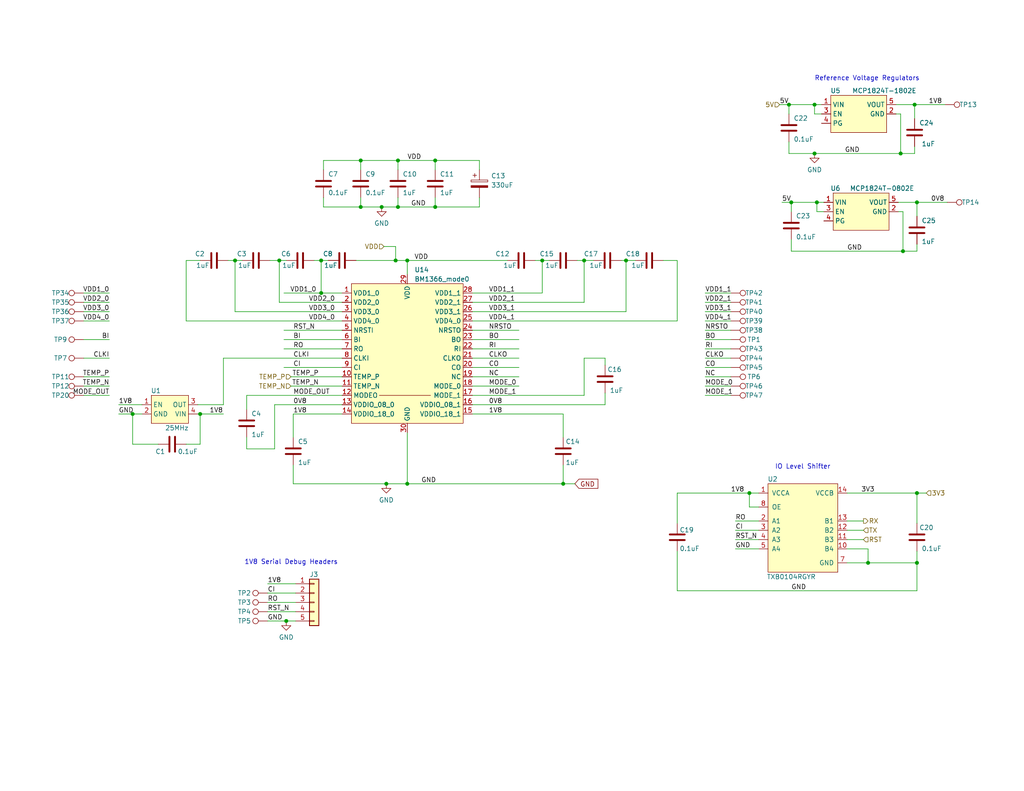
<source format=kicad_sch>
(kicad_sch (version 20230121) (generator eeschema)
  (paper "A")
  (lib_symbols
    (symbol "Bitaxe:BM1366_mode1"
      (property "Reference" "U" (at -13.97 21.59 0))
      (property "Value" "BM1366_mode1" (at -11.43 -19.05 0))
      (symbol "BM1366_mode1_0_1"
        (rectangle (start -15.24 20.32) (end 15.24 -17.78) (fill (type background)))
        (polyline (pts (xy -7.62 -10.16) (xy 6.35 -10.16)))
      )
      (symbol "BM1366_mode1_1_1"
        (pin input line (at -17.78 17.78 0) (length 2.54) (name "VDD1_0") (number "1"))
        (pin input line (at -17.78 -5.08 0) (length 2.54) (name "TEMP_P") (number "10"))
        (pin input line (at -17.78 -7.62 0) (length 2.54) (name "TEMP_N") (number "11"))
        (pin input line (at -17.78 -10.16 0) (length 2.54) (name "MODEO") (number "12"))
        (pin input line (at -17.78 -12.7 0) (length 2.54) (name "VDDIO_08_0") (number "13"))
        (pin input line (at -17.78 -15.24 0) (length 2.54) (name "VDDIO_18_0") (number "14"))
        (pin input line (at 17.78 -15.24 180) (length 2.54) (name "VDDIO_18_1") (number "15"))
        (pin input line (at 17.78 -12.7 180) (length 2.54) (name "VDDIO_08_1") (number "16"))
        (pin input line (at 17.78 -10.16 180) (length 2.54) (name "MODE_1") (number "17"))
        (pin input line (at 17.78 -7.62 180) (length 2.54) (name "MODE_0") (number "18"))
        (pin input line (at 17.78 -5.08 180) (length 2.54) (name "NC") (number "19"))
        (pin input line (at -17.78 15.24 0) (length 2.54) (name "VDD2_0") (number "2"))
        (pin input line (at 17.78 -2.54 180) (length 2.54) (name "CO") (number "20"))
        (pin input line (at 17.78 0 180) (length 2.54) (name "CLKO") (number "21"))
        (pin input line (at 17.78 2.54 180) (length 2.54) (name "RI") (number "22"))
        (pin input line (at 17.78 5.08 180) (length 2.54) (name "BO") (number "23"))
        (pin input line (at 17.78 7.62 180) (length 2.54) (name "NRSTO") (number "24"))
        (pin input line (at 17.78 10.16 180) (length 2.54) (name "VDD4_0") (number "25"))
        (pin input line (at 17.78 12.7 180) (length 2.54) (name "VDD3_1") (number "26"))
        (pin input line (at 17.78 15.24 180) (length 2.54) (name "VDD2_1") (number "27"))
        (pin input line (at 17.78 17.78 180) (length 2.54) (name "VDD1_1") (number "28"))
        (pin input line (at 0 22.86 270) (length 2.54) (name "VDD") (number "29"))
        (pin input line (at -17.78 12.7 0) (length 2.54) (name "VDD3_0") (number "3"))
        (pin input line (at 0 -20.32 90) (length 2.54) (name "GND") (number "30"))
        (pin input line (at -17.78 10.16 0) (length 2.54) (name "VDD4_0") (number "4"))
        (pin input line (at -17.78 7.62 0) (length 2.54) (name "NRSTI") (number "5"))
        (pin input line (at -17.78 5.08 0) (length 2.54) (name "BI") (number "6"))
        (pin input line (at -17.78 2.54 0) (length 2.54) (name "RO") (number "7"))
        (pin input line (at -17.78 0 0) (length 2.54) (name "CLKI") (number "8"))
        (pin input line (at -17.78 -2.54 0) (length 2.54) (name "CI") (number "9"))
      )
    )
    (symbol "Connector:TestPoint" (pin_numbers hide) (pin_names (offset 0.762) hide)
      (property "Reference" "TP" (at 0 6.858 0))
      (property "Value" "TestPoint" (at 0 5.08 0))
      (symbol "TestPoint_0_1"
        (circle (center 0 3.302) (radius 0.762))
      )
      (symbol "TestPoint_1_1"
        (pin passive line (at 0 0 90) (length 2.54) (name "1") (number "1"))
      )
    )
    (symbol "Connector_Generic:Conn_01x05" (pin_names (offset 1.016) hide)
      (property "Reference" "J" (at 0 7.62 0))
      (property "Value" "Conn_01x05" (at 0 -7.62 0))
      (symbol "Conn_01x05_1_1"
        (rectangle (start -1.27 -4.953) (end 0 -5.207) (stroke (width 0.1524)))
        (rectangle (start -1.27 -2.413) (end 0 -2.667) (stroke (width 0.1524)))
        (rectangle (start -1.27 0.127) (end 0 -0.127) (stroke (width 0.1524)))
        (rectangle (start -1.27 2.667) (end 0 2.413) (stroke (width 0.1524)))
        (rectangle (start -1.27 5.207) (end 0 4.953) (stroke (width 0.1524)))
        (rectangle (start -1.27 6.35) (end 1.27 -6.35) (stroke (width 0.254)) (fill (type background)))
        (pin passive line (at -5.08 5.08 0) (length 3.81) (name "Pin_1") (number "1"))
        (pin passive line (at -5.08 2.54 0) (length 3.81) (name "Pin_2") (number "2"))
        (pin passive line (at -5.08 0 0) (length 3.81) (name "Pin_3") (number "3"))
        (pin passive line (at -5.08 -2.54 0) (length 3.81) (name "Pin_4") (number "4"))
        (pin passive line (at -5.08 -5.08 0) (length 3.81) (name "Pin_5") (number "5"))
      )
    )
    (symbol "Device:C" (pin_numbers hide) (pin_names (offset 0.254))
      (property "Reference" "C" (at 0.635 2.54 0))
      (property "Value" "C" (at 0.635 -2.54 0))
      (symbol "C_0_1"
        (polyline (pts (xy -2.032 -0.762) (xy 2.032 -0.762)) (stroke (width 0.508)))
        (polyline (pts (xy -2.032 0.762) (xy 2.032 0.762)) (stroke (width 0.508)))
      )
      (symbol "C_1_1"
        (pin passive line (at 0 3.81 270) (length 2.794) (name "~") (number "1"))
        (pin passive line (at 0 -3.81 90) (length 2.794) (name "~") (number "2"))
      )
    )
    (symbol "Device:C_Polarized" (pin_numbers hide) (pin_names (offset 0.254))
      (property "Reference" "C" (at 0.635 2.54 0))
      (property "Value" "C_Polarized" (at 0.635 -2.54 0))
      (symbol "C_Polarized_0_1"
        (rectangle (start -2.286 0.508) (end 2.286 1.016))
        (polyline (pts (xy -1.778 2.286) (xy -0.762 2.286)))
        (polyline (pts (xy -1.27 2.794) (xy -1.27 1.778)))
        (rectangle (start 2.286 -0.508) (end -2.286 -1.016) (fill (type outline)))
      )
      (symbol "C_Polarized_1_1"
        (pin passive line (at 0 3.81 270) (length 2.794) (name "~") (number "1"))
        (pin passive line (at 0 -3.81 90) (length 2.794) (name "~") (number "2"))
      )
    )
    (symbol "MCP1824_1"
      (property "Reference" "U" (at -7.62 5.08 0))
      (property "Value" "MCP1824_1" (at 5.08 5.08 0))
      (symbol "MCP1824_1_0_1"
        (rectangle (start -7.62 3.81) (end 7.62 -6.35) (stroke (width 0.1524)) (fill (type background)))
      )
      (symbol "MCP1824_1_1_0"
        (pin bidirectional line (at -10.16 1.27 0) (length 2.54) (name "VIN") (number "1"))
        (pin bidirectional line (at 10.16 -1.27 180) (length 2.54) (name "GND") (number "2"))
        (pin bidirectional line (at -10.16 -1.27 0) (length 2.54) (name "EN") (number "3"))
        (pin bidirectional line (at -10.16 -3.81 0) (length 2.54) (name "PG") (number "4"))
        (pin bidirectional line (at 10.16 1.27 180) (length 2.54) (name "VOUT") (number "5"))
      )
    )
    (symbol "bitaxe:MCP1824"
      (property "Reference" "U" (at -7.62 5.08 0))
      (property "Value" "MCP1824" (at 5.08 5.08 0))
      (symbol "MCP1824_0_1"
        (rectangle (start -7.62 3.81) (end 7.62 -6.35) (stroke (width 0.1524)) (fill (type background)))
      )
      (symbol "MCP1824_1_0"
        (pin bidirectional line (at -10.16 1.27 0) (length 2.54) (name "VIN") (number "1"))
        (pin bidirectional line (at 10.16 -1.27 180) (length 2.54) (name "GND") (number "2"))
        (pin bidirectional line (at -10.16 -1.27 0) (length 2.54) (name "EN") (number "3"))
        (pin bidirectional line (at -10.16 -3.81 0) (length 2.54) (name "PG") (number "4"))
        (pin bidirectional line (at 10.16 1.27 180) (length 2.54) (name "VOUT") (number "5"))
      )
    )
    (symbol "bitaxe:TXB0104RGYR" (pin_names (offset 1.016))
      (property "Reference" "U" (at -8.89 12.7 0))
      (property "Value" "TXB0104RGYR" (at -8.89 -11.43 0))
      (symbol "TXB0104RGYR_0_0"
        (rectangle (start -8.89 12.7) (end 10.16 -11.43) (stroke (width 0.1524)) (fill (type background)))
        (pin power_in line (at -11.43 10.16 0) (length 2.54) (name "VCCA") (number "1"))
        (pin bidirectional line (at 12.7 -5.08 180) (length 2.54) (name "B4") (number "10"))
        (pin bidirectional line (at 12.7 -2.54 180) (length 2.54) (name "B3") (number "11"))
        (pin bidirectional line (at 12.7 0 180) (length 2.54) (name "B2") (number "12"))
        (pin bidirectional line (at 12.7 2.54 180) (length 2.54) (name "B1") (number "13"))
        (pin power_in line (at 12.7 10.16 180) (length 2.54) (name "VCCB") (number "14"))
        (pin passive line (at 12.7 -8.89 180) (length 2.54) hide (name "GND") (number "15"))
        (pin passive line (at 12.7 -8.89 180) (length 2.54) hide (name "GND") (number "16"))
        (pin passive line (at 12.7 -8.89 180) (length 2.54) hide (name "GND") (number "17"))
        (pin passive line (at 12.7 -8.89 180) (length 2.54) hide (name "GND") (number "18"))
        (pin passive line (at 12.7 -8.89 180) (length 2.54) hide (name "GND") (number "19"))
        (pin bidirectional line (at -11.43 2.54 0) (length 2.54) (name "A1") (number "2"))
        (pin bidirectional line (at -11.43 0 0) (length 2.54) (name "A2") (number "3"))
        (pin bidirectional line (at -11.43 -2.54 0) (length 2.54) (name "A3") (number "4"))
        (pin bidirectional line (at -11.43 -5.08 0) (length 2.54) (name "A4") (number "5"))
        (pin power_in line (at 12.7 -8.89 180) (length 2.54) (name "GND") (number "7"))
        (pin input line (at -11.43 6.35 0) (length 2.54) (name "OE") (number "8"))
      )
    )
    (symbol "bitaxe:oscillator"
      (property "Reference" "U" (at -3.81 5.08 0))
      (property "Value" "oscillator" (at 0 -5.08 0))
      (symbol "oscillator_0_1"
        (rectangle (start -5.08 3.81) (end 5.08 -3.81) (stroke (width 0.1524)) (fill (type background)))
      )
      (symbol "oscillator_1_0"
        (pin bidirectional line (at -7.62 1.27 0) (length 2.54) (name "EN") (number "1"))
        (pin bidirectional line (at -7.62 -1.27 0) (length 2.54) (name "GND") (number "2"))
        (pin bidirectional line (at 7.62 1.27 180) (length 2.54) (name "OUT") (number "3"))
        (pin bidirectional line (at 7.62 -1.27 180) (length 2.54) (name "VIN") (number "4"))
      )
    )
    (symbol "power:GND" (power) (pin_names (offset 0))
      (property "Value" "GND" (at 0 -3.81 0))
      (symbol "GND_0_1"
        (polyline (pts (xy 0 0) (xy 0 -1.27) (xy 1.27 -1.27) (xy 0 -2.54) (xy -1.27 -1.27) (xy 0 -1.27)))
      )
      (symbol "GND_1_1"
        (pin power_in line (at 0 0 270) (length 0) hide (name "GND") (number "1"))
      )
    )
  )
  (junction (at 246.38 68.58) (diameter 0.9144))
  (junction (at 159.385 71.12))
  (junction (at 104.14 56.515))
  (junction (at 250.19 55.245) (diameter 0.9144))
  (junction (at 215.265 28.575) (diameter 0.9144))
  (junction (at 236.855 153.67))
  (junction (at 108.585 43.815) (diameter 0.9144))
  (junction (at 215.9 55.245) (diameter 0.9144))
  (junction (at 54.61 113.03))
  (junction (at 222.25 28.575))
  (junction (at 170.815 71.12))
  (junction (at 249.555 28.575) (diameter 0.9144))
  (junction (at 222.885 55.245))
  (junction (at 76.2 71.12))
  (junction (at 78.105 169.545))
  (junction (at 108.585 56.515) (diameter 0.9144))
  (junction (at 111.125 132.08))
  (junction (at 250.19 134.62))
  (junction (at 98.425 56.515) (diameter 0.9144))
  (junction (at 204.47 134.62))
  (junction (at 98.425 43.815) (diameter 0.9144))
  (junction (at 105.41 132.08))
  (junction (at 107.95 71.12))
  (junction (at 87.63 80.01))
  (junction (at 118.745 43.815))
  (junction (at 250.19 153.67))
  (junction (at 147.955 71.12))
  (junction (at 245.745 41.91) (diameter 0.9144))
  (junction (at 222.25 41.91))
  (junction (at 36.195 113.03))
  (junction (at 153.67 132.08))
  (junction (at 87.63 71.12))
  (junction (at 64.135 71.12))
  (junction (at 111.125 71.12))
  (junction (at 118.745 56.515))
  (wire (pts (xy 222.885 55.245) (xy 224.79 55.245)))
  (wire (pts (xy 79.375 105.41) (xy 93.345 105.41)))
  (wire (pts (xy 118.745 43.815) (xy 130.81 43.815)))
  (wire (pts (xy 192.405 105.41) (xy 199.39 105.41)))
  (wire (pts (xy 108.585 56.515) (xy 104.14 56.515)))
  (wire (pts (xy 22.86 82.55) (xy 29.845 82.55)))
  (wire (pts (xy 169.545 71.12) (xy 170.815 71.12)))
  (wire (pts (xy 74.93 122.555) (xy 67.31 122.555)))
  (wire (pts (xy 80.01 113.03) (xy 93.345 113.03)))
  (wire (pts (xy 250.19 150.495) (xy 250.19 153.67)))
  (wire (pts (xy 64.135 85.09) (xy 64.135 71.12)))
  (wire (pts (xy 153.67 132.08) (xy 156.845 132.08)))
  (wire (pts (xy 245.745 41.91) (xy 222.25 41.91)))
  (wire (pts (xy 85.725 71.12) (xy 87.63 71.12)))
  (wire (pts (xy 236.855 153.67) (xy 250.19 153.67)))
  (wire (pts (xy 249.555 28.575) (xy 249.555 32.385)))
  (wire (pts (xy 207.01 138.43) (xy 204.47 138.43)))
  (wire (pts (xy 215.9 65.405) (xy 215.9 68.58)))
  (wire (pts (xy 184.785 142.875) (xy 184.785 134.62)))
  (wire (pts (xy 200.66 147.32) (xy 207.01 147.32)))
  (wire (pts (xy 215.9 55.245) (xy 222.885 55.245)))
  (wire (pts (xy 184.785 150.495) (xy 184.785 161.29)))
  (wire (pts (xy 88.265 53.975) (xy 88.265 56.515)))
  (wire (pts (xy 105.41 132.08) (xy 111.125 132.08)))
  (wire (pts (xy 22.86 92.71) (xy 29.845 92.71)))
  (wire (pts (xy 77.47 95.25) (xy 93.345 95.25)))
  (wire (pts (xy 98.425 43.815) (xy 108.585 43.815)))
  (wire (pts (xy 98.425 46.355) (xy 98.425 43.815)))
  (wire (pts (xy 192.405 82.55) (xy 199.39 82.55)))
  (wire (pts (xy 128.905 82.55) (xy 159.385 82.55)))
  (wire (pts (xy 50.8 87.63) (xy 50.8 71.12)))
  (wire (pts (xy 22.86 102.87) (xy 29.845 102.87)))
  (wire (pts (xy 128.905 100.33) (xy 141.605 100.33)))
  (wire (pts (xy 200.66 144.78) (xy 207.01 144.78)))
  (wire (pts (xy 108.585 43.815) (xy 118.745 43.815)))
  (wire (pts (xy 170.815 71.12) (xy 173.355 71.12)))
  (wire (pts (xy 192.405 92.71) (xy 199.39 92.71)))
  (wire (pts (xy 97.155 71.12) (xy 107.95 71.12)))
  (wire (pts (xy 108.585 46.355) (xy 108.585 43.815)))
  (wire (pts (xy 107.95 71.12) (xy 111.125 71.12)))
  (wire (pts (xy 22.86 97.79) (xy 29.845 97.79)))
  (wire (pts (xy 98.425 56.515) (xy 88.265 56.515)))
  (wire (pts (xy 22.86 85.09) (xy 29.845 85.09)))
  (wire (pts (xy 246.38 68.58) (xy 215.9 68.58)))
  (wire (pts (xy 32.385 110.49) (xy 38.735 110.49)))
  (wire (pts (xy 53.975 113.03) (xy 54.61 113.03)))
  (wire (pts (xy 111.125 132.08) (xy 153.67 132.08)))
  (wire (pts (xy 73.025 169.545) (xy 78.105 169.545)))
  (wire (pts (xy 73.025 159.385) (xy 80.645 159.385)))
  (wire (pts (xy 165.1 107.315) (xy 165.1 110.49)))
  (wire (pts (xy 184.785 71.12) (xy 180.975 71.12)))
  (wire (pts (xy 249.555 28.575) (xy 257.81 28.575)))
  (wire (pts (xy 204.47 138.43) (xy 204.47 134.62)))
  (wire (pts (xy 104.775 67.31) (xy 107.95 67.31)))
  (wire (pts (xy 153.67 127) (xy 153.67 132.08)))
  (wire (pts (xy 215.265 38.735) (xy 215.265 41.91)))
  (wire (pts (xy 192.405 90.17) (xy 199.39 90.17)))
  (wire (pts (xy 118.745 53.975) (xy 118.745 56.515)))
  (wire (pts (xy 60.96 97.79) (xy 60.96 110.49)))
  (wire (pts (xy 128.905 80.01) (xy 147.955 80.01)))
  (wire (pts (xy 147.955 71.12) (xy 149.86 71.12)))
  (wire (pts (xy 245.745 31.115) (xy 245.745 41.91)))
  (wire (pts (xy 76.2 82.55) (xy 76.2 71.12)))
  (wire (pts (xy 67.31 122.555) (xy 67.31 119.38)))
  (wire (pts (xy 76.2 71.12) (xy 78.105 71.12)))
  (wire (pts (xy 222.885 57.785) (xy 222.885 55.245)))
  (wire (pts (xy 246.38 57.785) (xy 245.11 57.785)))
  (wire (pts (xy 222.25 31.115) (xy 224.155 31.115)))
  (wire (pts (xy 128.905 92.71) (xy 141.605 92.71)))
  (wire (pts (xy 231.14 149.86) (xy 236.855 149.86)))
  (wire (pts (xy 73.025 164.465) (xy 80.645 164.465)))
  (wire (pts (xy 54.61 113.03) (xy 60.96 113.03)))
  (wire (pts (xy 250.19 153.67) (xy 250.19 161.29)))
  (wire (pts (xy 36.195 113.03) (xy 38.735 113.03)))
  (wire (pts (xy 170.815 85.09) (xy 170.815 71.12)))
  (wire (pts (xy 215.9 55.245) (xy 215.9 57.785)))
  (wire (pts (xy 104.14 56.515) (xy 98.425 56.515)))
  (wire (pts (xy 231.14 142.24) (xy 235.585 142.24)))
  (wire (pts (xy 250.19 55.245) (xy 258.445 55.245)))
  (wire (pts (xy 22.86 105.41) (xy 29.845 105.41)))
  (wire (pts (xy 249.555 41.91) (xy 245.745 41.91)))
  (wire (pts (xy 118.745 56.515) (xy 130.81 56.515)))
  (wire (pts (xy 231.14 144.78) (xy 235.585 144.78)))
  (wire (pts (xy 88.265 43.815) (xy 98.425 43.815)))
  (wire (pts (xy 215.265 28.575) (xy 215.265 31.115)))
  (wire (pts (xy 73.66 71.12) (xy 76.2 71.12)))
  (wire (pts (xy 184.785 134.62) (xy 204.47 134.62)))
  (wire (pts (xy 192.405 100.33) (xy 199.39 100.33)))
  (wire (pts (xy 128.905 97.79) (xy 141.605 97.79)))
  (wire (pts (xy 250.19 68.58) (xy 246.38 68.58)))
  (wire (pts (xy 192.405 87.63) (xy 199.39 87.63)))
  (wire (pts (xy 64.135 71.12) (xy 66.04 71.12)))
  (wire (pts (xy 64.135 85.09) (xy 93.345 85.09)))
  (wire (pts (xy 212.725 28.575) (xy 215.265 28.575)))
  (wire (pts (xy 231.14 147.32) (xy 235.585 147.32)))
  (wire (pts (xy 128.905 113.03) (xy 153.67 113.03)))
  (wire (pts (xy 22.86 80.01) (xy 29.845 80.01)))
  (wire (pts (xy 222.885 57.785) (xy 224.79 57.785)))
  (wire (pts (xy 250.19 134.62) (xy 252.73 134.62)))
  (wire (pts (xy 153.67 113.03) (xy 153.67 119.38)))
  (wire (pts (xy 200.66 149.86) (xy 207.01 149.86)))
  (wire (pts (xy 79.375 102.87) (xy 93.345 102.87)))
  (wire (pts (xy 22.86 87.63) (xy 29.845 87.63)))
  (wire (pts (xy 244.475 28.575) (xy 249.555 28.575)))
  (wire (pts (xy 73.025 161.925) (xy 80.645 161.925)))
  (wire (pts (xy 130.81 53.975) (xy 130.81 56.515)))
  (wire (pts (xy 76.2 82.55) (xy 93.345 82.55)))
  (wire (pts (xy 50.8 121.285) (xy 54.61 121.285)))
  (wire (pts (xy 147.955 80.01) (xy 147.955 71.12)))
  (wire (pts (xy 192.405 95.25) (xy 199.39 95.25)))
  (wire (pts (xy 165.1 97.79) (xy 159.385 97.79)))
  (wire (pts (xy 192.405 80.01) (xy 199.39 80.01)))
  (wire (pts (xy 159.385 71.12) (xy 161.925 71.12)))
  (wire (pts (xy 87.63 80.01) (xy 93.345 80.01)))
  (wire (pts (xy 50.8 71.12) (xy 54.61 71.12)))
  (wire (pts (xy 107.95 67.31) (xy 107.95 71.12)))
  (wire (pts (xy 22.86 107.95) (xy 29.845 107.95)))
  (wire (pts (xy 250.19 134.62) (xy 250.19 142.875)))
  (wire (pts (xy 159.385 97.79) (xy 159.385 107.95)))
  (wire (pts (xy 62.23 71.12) (xy 64.135 71.12)))
  (wire (pts (xy 192.405 97.79) (xy 199.39 97.79)))
  (wire (pts (xy 128.905 105.41) (xy 141.605 105.41)))
  (wire (pts (xy 74.93 110.49) (xy 93.345 110.49)))
  (wire (pts (xy 192.405 102.87) (xy 199.39 102.87)))
  (wire (pts (xy 138.43 71.12) (xy 111.125 71.12)))
  (wire (pts (xy 192.405 85.09) (xy 199.39 85.09)))
  (wire (pts (xy 93.345 87.63) (xy 50.8 87.63)))
  (wire (pts (xy 128.905 85.09) (xy 170.815 85.09)))
  (wire (pts (xy 231.14 153.67) (xy 236.855 153.67)))
  (wire (pts (xy 88.265 46.355) (xy 88.265 43.815)))
  (wire (pts (xy 249.555 40.005) (xy 249.555 41.91)))
  (wire (pts (xy 128.905 87.63) (xy 184.785 87.63)))
  (wire (pts (xy 165.1 99.695) (xy 165.1 97.79)))
  (wire (pts (xy 250.19 55.245) (xy 250.19 59.055)))
  (wire (pts (xy 36.195 121.285) (xy 36.195 113.03)))
  (wire (pts (xy 245.745 31.115) (xy 244.475 31.115)))
  (wire (pts (xy 128.905 107.95) (xy 159.385 107.95)))
  (wire (pts (xy 118.745 56.515) (xy 108.585 56.515)))
  (wire (pts (xy 98.425 53.975) (xy 98.425 56.515)))
  (wire (pts (xy 222.25 31.115) (xy 222.25 28.575)))
  (wire (pts (xy 73.025 167.005) (xy 80.645 167.005)))
  (wire (pts (xy 231.14 134.62) (xy 250.19 134.62)))
  (wire (pts (xy 77.47 100.33) (xy 93.345 100.33)))
  (wire (pts (xy 128.905 102.87) (xy 141.605 102.87)))
  (wire (pts (xy 204.47 134.62) (xy 207.01 134.62)))
  (wire (pts (xy 184.785 87.63) (xy 184.785 71.12)))
  (wire (pts (xy 108.585 53.975) (xy 108.585 56.515)))
  (wire (pts (xy 80.01 113.03) (xy 80.01 119.38)))
  (wire (pts (xy 111.125 71.12) (xy 111.125 74.93)))
  (wire (pts (xy 93.345 107.95) (xy 67.31 107.95)))
  (wire (pts (xy 215.265 28.575) (xy 222.25 28.575)))
  (wire (pts (xy 200.66 142.24) (xy 207.01 142.24)))
  (wire (pts (xy 159.385 82.55) (xy 159.385 71.12)))
  (wire (pts (xy 67.31 107.95) (xy 67.31 111.76)))
  (wire (pts (xy 128.905 110.49) (xy 165.1 110.49)))
  (wire (pts (xy 184.785 161.29) (xy 250.19 161.29)))
  (wire (pts (xy 118.745 46.355) (xy 118.745 43.815)))
  (wire (pts (xy 80.01 132.08) (xy 105.41 132.08)))
  (wire (pts (xy 128.905 95.25) (xy 141.605 95.25)))
  (wire (pts (xy 128.905 90.17) (xy 141.605 90.17)))
  (wire (pts (xy 77.47 80.01) (xy 87.63 80.01)))
  (wire (pts (xy 43.18 121.285) (xy 36.195 121.285)))
  (wire (pts (xy 222.25 41.91) (xy 215.265 41.91)))
  (wire (pts (xy 146.05 71.12) (xy 147.955 71.12)))
  (wire (pts (xy 130.81 46.355) (xy 130.81 43.815)))
  (wire (pts (xy 192.405 107.95) (xy 199.39 107.95)))
  (wire (pts (xy 87.63 71.12) (xy 87.63 80.01)))
  (wire (pts (xy 77.47 90.17) (xy 93.345 90.17)))
  (wire (pts (xy 53.975 110.49) (xy 60.96 110.49)))
  (wire (pts (xy 250.19 66.675) (xy 250.19 68.58)))
  (wire (pts (xy 222.25 28.575) (xy 224.155 28.575)))
  (wire (pts (xy 236.855 149.86) (xy 236.855 153.67)))
  (wire (pts (xy 157.48 71.12) (xy 159.385 71.12)))
  (wire (pts (xy 54.61 121.285) (xy 54.61 113.03)))
  (wire (pts (xy 32.385 113.03) (xy 36.195 113.03)))
  (wire (pts (xy 245.11 55.245) (xy 250.19 55.245)))
  (wire (pts (xy 74.93 110.49) (xy 74.93 122.555)))
  (wire (pts (xy 111.125 118.11) (xy 111.125 132.08)))
  (wire (pts (xy 213.36 55.245) (xy 215.9 55.245)))
  (wire (pts (xy 246.38 57.785) (xy 246.38 68.58)))
  (wire (pts (xy 78.105 169.545) (xy 80.645 169.545)))
  (wire (pts (xy 60.96 97.79) (xy 93.345 97.79)))
  (wire (pts (xy 87.63 71.12) (xy 89.535 71.12)))
  (wire (pts (xy 80.01 127) (xy 80.01 132.08)))
  (wire (pts (xy 77.47 92.71) (xy 93.345 92.71)))
  (text "IO Level Shifter" (at 211.455 128.27 0) (effects (font (size 1.27 1.27)) (justify left bottom)))
  (text "Reference Voltage Regulators" (at 222.25 22.225 0) (effects (font (size 1.27 1.27)) (justify left bottom)))
  (text "1V8 Serial Debug Headers" (at 66.675 154.305 0) (effects (font (size 1.27 1.27)) (justify left bottom)))
  (label "0V8" (at 80.01 110.49 0))
  (label "TEMP_P" (at 29.845 102.87 180))
  (label "VDD4_1" (at 133.35 87.63 0))
  (label "RO" (at 80.01 95.25 0))
  (label "GND" (at 230.505 41.91 0))
  (label "RST_N" (at 73.025 167.005 0))
  (label "CLKO" (at 133.35 97.79 0))
  (label "VDD2_0" (at 91.44 82.55 180))
  (label "VDD3_1" (at 192.405 85.09 0))
  (label "VDD1_0" (at 29.845 80.01 180))
  (label "VDD" (at 111.125 43.815 0))
  (label "BO" (at 192.405 92.71 0))
  (label "CO" (at 192.405 100.33 0))
  (label "CI" (at 73.025 161.925 0))
  (label "MODE_OUT" (at 80.01 107.95 0))
  (label "RO" (at 200.66 142.24 0))
  (label "1V8" (at 32.385 110.49 0))
  (label "BI" (at 80.01 92.71 0))
  (label "VDD4_0" (at 91.44 87.63 180))
  (label "GND" (at 215.9 161.29 0))
  (label "TEMP_N" (at 29.845 105.41 180))
  (label "CLKI" (at 80.01 97.79 0))
  (label "BI" (at 29.845 92.71 180))
  (label "MODE_1" (at 133.35 107.95 0))
  (label "CI" (at 200.66 144.78 0))
  (label "MODE_1" (at 192.405 107.95 0))
  (label "VDD" (at 113.03 71.12 0))
  (label "1V8" (at 253.365 28.575 0))
  (label "GND" (at 200.66 149.86 0))
  (label "NRSTO" (at 133.35 90.17 0))
  (label "VDD3_0" (at 29.845 85.09 180))
  (label "RI" (at 192.405 95.25 0))
  (label "MODE_OUT" (at 29.845 107.95 180))
  (label "GND" (at 231.14 68.58 0))
  (label "TEMP_N" (at 86.995 105.41 180))
  (label "VDD4_1" (at 192.405 87.63 0))
  (label "BO" (at 133.35 92.71 0))
  (label "CLKI" (at 29.845 97.79 180))
  (label "VDD1_0" (at 86.36 80.01 180))
  (label "NC" (at 133.35 102.87 0))
  (label "TEMP_P" (at 86.995 102.87 180))
  (label "RST_N" (at 200.66 147.32 0))
  (label "GND" (at 116.205 56.515 180))
  (label "VDD2_0" (at 29.845 82.55 180))
  (label "1V8" (at 133.35 113.03 0))
  (label "1V8" (at 73.025 159.385 0))
  (label "1V8" (at 57.15 113.03 0))
  (label "VDD2_1" (at 133.35 82.55 0))
  (label "RO" (at 73.025 164.465 0))
  (label "GND" (at 73.025 169.545 0))
  (label "CLKO" (at 192.405 97.79 0))
  (label "VDD3_1" (at 133.35 85.09 0))
  (label "1V8" (at 199.39 134.62 0))
  (label "3V3" (at 234.95 134.62 0))
  (label "CI" (at 80.01 100.33 0))
  (label "0V8" (at 254 55.245 0))
  (label "0V8" (at 133.35 110.49 0))
  (label "VDD3_0" (at 91.44 85.09 180))
  (label "VDD1_1" (at 133.35 80.01 0))
  (label "GND" (at 32.385 113.03 0))
  (label "RST_N" (at 80.01 90.17 0))
  (label "VDD1_1" (at 192.405 80.01 0))
  (label "VDD2_1" (at 192.405 82.55 0))
  (label "1V8" (at 80.01 113.03 0))
  (label "MODE_0" (at 133.35 105.41 0))
  (label "GND" (at 114.935 132.08 0))
  (label "MODE_0" (at 192.405 105.41 0))
  (label "NRSTO" (at 192.405 90.17 0))
  (label "CO" (at 133.35 100.33 0))
  (label "5V" (at 212.725 28.575 0))
  (label "RI" (at 133.35 95.25 0))
  (label "5V" (at 213.36 55.245 0))
  (label "VDD4_0" (at 29.845 87.63 180))
  (label "NC" (at 192.405 102.87 0))
  (global_label "GND" (shape input) (at 156.845 132.08 0) (property "Intersheetrefs" "${INTERSHEET_REFS}" (effects hide)))
  (hierarchical_label "3V3" (shape input) (at 252.73 134.62 0))
  (hierarchical_label "VDD" (shape input) (at 104.775 67.31 180))
  (hierarchical_label "RST" (shape input) (at 235.585 147.32 0))
  (hierarchical_label "5V" (shape input) (at 212.725 28.575 180))
  (hierarchical_label "RX" (shape output) (at 235.585 142.24 0))
  (hierarchical_label "TX" (shape input) (at 235.585 144.78 0))
  (hierarchical_label "TEMP_P" (shape input) (at 79.375 102.87 180))
  (hierarchical_label "TEMP_N" (shape input) (at 79.375 105.41 180))
  (symbol (lib_id "Device:C") (at 58.42 71.12 90) (unit 1)
    (property "Reference" "C2" (at 55.88 68.58 90) (effects (justify left bottom)))
    (property "Value" "1uF" (at 57.15 71.755 90) (effects (justify left bottom)))
    (property "Footprint" "Capacitor_SMD:C_0402_1005Metric" (effects hide))
    (property "DK" "587-5514-1-ND" (effects hide))
    (property "PARTNO" "EMK105BJ105MV-F" (effects hide))
  )
  (symbol (lib_id "Connector:TestPoint") (at 199.39 80.01 270) (unit 1) (in_bom no)
    (property "Reference" "TP42" (at 205.74 80.01 90))
    (property "Value" "TestPoint" (effects hide))
    (property "Footprint" "TestPoint:TestPoint_Pad_D1.5mm" (effects hide))
  )
  (symbol (lib_id "power:GND") (at 222.25 41.91 0) (mirror y) (unit 1)
    (property "Reference" "#PWR04" (effects hide))
    (property "Value" "GND" (at 222.25 46.355 0))
  )
  (symbol (lib_id "Bitaxe:BM1366_mode1") (at 111.125 97.79 0) (unit 1)
    (property "Reference" "U14" (at 113.0809 73.66 0) (effects (justify left)))
    (property "Value" "BM1366_mode0" (at 113.0809 76.2 0) (effects (justify left)))
    (property "Footprint" "bitaxe:BM1366" (effects hide))
  )
  (symbol (lib_id "Device:C") (at 93.345 71.12 90) (unit 1)
    (property "Reference" "C8" (at 90.805 68.58 90) (effects (justify left bottom)))
    (property "Value" "1uF" (at 92.075 71.755 90) (effects (justify left bottom)))
    (property "Footprint" "Capacitor_SMD:C_0402_1005Metric" (effects hide))
    (property "DK" "587-5514-1-ND" (effects hide))
    (property "PARTNO" "EMK105BJ105MV-F" (effects hide))
  )
  (symbol (lib_id "Connector:TestPoint") (at 22.86 80.01 90) (unit 1) (in_bom no)
    (property "Reference" "TP34" (at 16.51 80.01 90))
    (property "Value" "TestPoint" (effects hide))
    (property "Footprint" "TestPoint:TestPoint_Pad_D1.5mm" (effects hide))
  )
  (symbol (lib_id "Connector:TestPoint") (at 22.86 87.63 90) (unit 1) (in_bom no)
    (property "Reference" "TP37" (at 16.51 87.63 90))
    (property "Value" "TestPoint" (effects hide))
    (property "Footprint" "TestPoint:TestPoint_Pad_D1.5mm" (effects hide))
  )
  (symbol (lib_id "Connector:TestPoint") (at 199.39 97.79 270) (unit 1) (in_bom no)
    (property "Reference" "TP44" (at 205.74 97.79 90))
    (property "Value" "TestPoint" (effects hide))
    (property "Footprint" "TestPoint:TestPoint_Pad_D1.5mm" (effects hide))
  )
  (symbol (lib_id "Connector:TestPoint") (at 22.86 85.09 90) (unit 1) (in_bom no)
    (property "Reference" "TP36" (at 16.51 85.09 90))
    (property "Value" "TestPoint" (effects hide))
    (property "Footprint" "TestPoint:TestPoint_Pad_D1.5mm" (effects hide))
  )
  (symbol (lib_id "Device:C") (at 153.67 71.12 90) (unit 1)
    (property "Reference" "C15" (at 151.13 68.58 90) (effects (justify left bottom)))
    (property "Value" "1uF" (at 152.4 71.755 90) (effects (justify left bottom)))
    (property "Footprint" "Capacitor_SMD:C_0402_1005Metric" (effects hide))
    (property "DK" "587-5514-1-ND" (effects hide))
    (property "PARTNO" "EMK105BJ105MV-F" (effects hide))
  )
  (symbol (lib_id "bitaxe:MCP1824") (at 234.315 29.845 0) (unit 1)
    (property "Reference" "U5" (at 227.965 24.765 0))
    (property "Value" "MCP1824T-1802E" (at 241.3 24.765 0))
    (property "Footprint" "Package_TO_SOT_SMD:SOT-23-5" (effects hide))
    (property "Datasheet" "https://ww1.microchip.com/downloads/en/DeviceDoc/22070a.pdf" (effects hide))
    (property "PARTNO" "MCP1824T-1802E/OT" (effects hide))
    (property "DK" "MCP1824T-1802E/OTCT-ND" (effects hide))
  )
  (symbol (lib_id "Device:C") (at 184.785 146.685 0) (unit 1)
    (property "Reference" "C19" (at 185.42 145.415 0) (effects (justify left bottom)))
    (property "Value" "0.1uF" (at 185.42 150.495 0) (effects (justify left bottom)))
    (property "Footprint" "Capacitor_SMD:C_0402_1005Metric" (effects hide))
    (property "DK" "1292-1639-1-ND" (effects hide))
    (property "PARTNO" "0402X104K100CT" (effects hide))
  )
  (symbol (lib_id "Device:C") (at 69.85 71.12 90) (unit 1)
    (property "Reference" "C3" (at 67.31 68.58 90) (effects (justify left bottom)))
    (property "Value" "1uF" (at 68.58 71.755 90) (effects (justify left bottom)))
    (property "Footprint" "Capacitor_SMD:C_0402_1005Metric" (effects hide))
    (property "DK" "587-5514-1-ND" (effects hide))
    (property "PARTNO" "EMK105BJ105MV-F" (effects hide))
  )
  (symbol (lib_id "Connector:TestPoint") (at 199.39 87.63 270) (unit 1) (in_bom no)
    (property "Reference" "TP39" (at 205.74 87.63 90))
    (property "Value" "TestPoint" (effects hide))
    (property "Footprint" "TestPoint:TestPoint_Pad_D1.5mm" (effects hide))
  )
  (symbol (lib_id "Device:C") (at 177.165 71.12 90) (unit 1)
    (property "Reference" "C18" (at 174.625 68.58 90) (effects (justify left bottom)))
    (property "Value" "1uF" (at 175.895 71.755 90) (effects (justify left bottom)))
    (property "Footprint" "Capacitor_SMD:C_0402_1005Metric" (effects hide))
    (property "DK" "587-5514-1-ND" (effects hide))
    (property "PARTNO" "EMK105BJ105MV-F" (effects hide))
  )
  (symbol (lib_id "Connector:TestPoint") (at 73.025 167.005 90) (mirror x) (unit 1) (in_bom no)
    (property "Reference" "TP4" (at 66.675 167.005 90))
    (property "Value" "TestPoint" (effects hide))
    (property "Footprint" "TestPoint:TestPoint_Pad_D1.5mm" (effects hide))
  )
  (symbol (lib_id "Device:C") (at 153.67 123.19 0) (unit 1)
    (property "Reference" "C14" (at 154.305 121.285 0) (effects (justify left bottom)))
    (property "Value" "1uF" (at 154.305 127 0) (effects (justify left bottom)))
    (property "Footprint" "Capacitor_SMD:C_0402_1005Metric" (effects hide))
    (property "DK" "587-5514-1-ND" (effects hide))
    (property "PARTNO" "EMK105BJ105MV-F" (effects hide))
  )
  (symbol (lib_id "Device:C") (at 80.01 123.19 0) (unit 1)
    (property "Reference" "C5" (at 81.28 121.285 0) (effects (justify left bottom)))
    (property "Value" "1uF" (at 81.28 127 0) (effects (justify left bottom)))
    (property "Footprint" "Capacitor_SMD:C_0402_1005Metric" (effects hide))
    (property "DK" "587-5514-1-ND" (effects hide))
    (property "PARTNO" "EMK105BJ105MV-F" (effects hide))
  )
  (symbol (lib_id "Connector:TestPoint") (at 22.86 82.55 90) (unit 1) (in_bom no)
    (property "Reference" "TP35" (at 16.51 82.55 90))
    (property "Value" "TestPoint" (effects hide))
    (property "Footprint" "TestPoint:TestPoint_Pad_D1.5mm" (effects hide))
  )
  (symbol (lib_id "Connector_Generic:Conn_01x05") (at 85.725 164.465 0) (unit 1)
    (property "Reference" "J3" (at 84.455 156.845 0) (effects (justify left)))
    (property "Value" "Conn_01x05" (effects hide))
    (property "Footprint" "Connector_PinHeader_2.54mm:PinHeader_1x05_P2.54mm_Vertical" (effects hide))
  )
  (symbol (lib_id "Device:C") (at 108.585 50.165 0) (unit 1)
    (property "Reference" "C10" (at 109.855 48.26 0) (effects (justify left bottom)))
    (property "Value" "1uF" (at 109.855 53.34 0) (effects (justify left bottom)))
    (property "Footprint" "Capacitor_SMD:C_0402_1005Metric" (effects hide))
    (property "DK" "587-5514-1-ND" (effects hide))
    (property "PARTNO" "EMK105BJ105MV-F" (effects hide))
  )
  (symbol (lib_id "Connector:TestPoint") (at 73.025 161.925 90) (mirror x) (unit 1) (in_bom no)
    (property "Reference" "TP2" (at 66.675 161.925 90))
    (property "Value" "TestPoint" (effects hide))
    (property "Footprint" "TestPoint:TestPoint_Pad_D1.5mm" (effects hide))
  )
  (symbol (lib_id "bitaxe:TXB0104RGYR") (at 218.44 144.78 0) (unit 1)
    (property "Reference" "U2" (at 210.82 130.81 0))
    (property "Value" "TXB0104RGYR" (at 215.9 157.48 0))
    (property "Footprint" "bitaxe:TXB0104" (effects hide))
    (property "Datasheet" "https://www.ti.com/lit/ds/symlink/txb0104.pdf?HQS=dis-dk-null-digikeymode-dsf-pf-null-wwe&ts=1669420543825&ref_url=https%253A%252F%252Fwww.ti.com%252Fgeneral%252Fdocs%252Fsuppproductinfo.tsp%253FdistId%253D10%2526gotoUrl%253Dhttps%253A%252F%252Fwww.ti.com%252Flit%252Fgpn%252Ftxb0104" (effects hide))
    (property "DK" "296-21930-1-ND" (effects hide))
    (property "PARTNO" "TXB0104RGYR" (effects hide))
  )
  (symbol (lib_id "Connector:TestPoint") (at 199.39 100.33 270) (unit 1) (in_bom no)
    (property "Reference" "TP45" (at 205.74 100.33 90))
    (property "Value" "TestPoint" (effects hide))
    (property "Footprint" "TestPoint:TestPoint_Pad_D1.5mm" (effects hide))
  )
  (symbol (lib_id "Device:C") (at 46.99 121.285 90) (unit 1)
    (property "Reference" "C1" (at 45.085 122.555 90) (effects (justify left bottom)))
    (property "Value" "0.1uF" (at 53.975 122.555 90) (effects (justify left bottom)))
    (property "Footprint" "Capacitor_SMD:C_0402_1005Metric" (effects hide))
    (property "DK" "1292-1639-1-ND" (effects hide))
    (property "PARTNO" "0402X104K100CT" (effects hide))
  )
  (symbol (lib_name "MCP1824_1") (lib_id "bitaxe:MCP1824") (at 234.95 56.515 0) (unit 1)
    (property "Reference" "U6" (at 227.965 51.435 0))
    (property "Value" "MCP1824T-0802E" (at 240.665 51.435 0))
    (property "Footprint" "Package_TO_SOT_SMD:SOT-23-5" (effects hide))
    (property "Datasheet" "https://ww1.microchip.com/downloads/en/DeviceDoc/22070a.pdf" (effects hide))
    (property "PARTNO" "MCP1824T-0802E/OT" (effects hide))
    (property "DK" "MCP1824T-0802E/OTCT-ND" (effects hide))
  )
  (symbol (lib_id "power:GND") (at 104.14 56.515 0) (mirror y) (unit 1)
    (property "Reference" "#PWR01" (effects hide))
    (property "Value" "GND" (at 104.14 60.96 0))
  )
  (symbol (lib_id "bitaxe:oscillator") (at 46.355 111.76 0) (unit 1)
    (property "Reference" "U1" (at 42.545 106.68 0))
    (property "Value" "25MHz" (at 48.26 116.84 0))
    (property "Footprint" "bitaxe:O 25,0-JO32-B-1V3-1-T1-LF" (effects hide))
    (property "Datasheet" "https://www.jauch.com/downloadfile/5ef1edcfb8e2f73163c8ce8009ef659d1/jo32-1.8-3.3v.pdf" (effects hide))
    (property "DK" "1908-O250-JO32-B-1V3-1-T1-LFCT-ND" (effects hide))
    (property "PARTNO" "O 25,0-JO32-B-1V3-1-T1-LF" (effects hide))
  )
  (symbol (lib_id "Connector:TestPoint") (at 22.86 107.95 90) (unit 1) (in_bom no)
    (property "Reference" "TP20" (at 16.51 107.95 90))
    (property "Value" "TestPoint" (effects hide))
    (property "Footprint" "TestPoint:TestPoint_Pad_D1.5mm" (effects hide))
  )
  (symbol (lib_id "Device:C") (at 215.9 61.595 0) (unit 1)
    (property "Reference" "C23" (at 217.17 59.69 0) (effects (justify left bottom)))
    (property "Value" "0.1uF" (at 217.17 65.405 0) (effects (justify left bottom)))
    (property "Footprint" "Capacitor_SMD:C_0402_1005Metric" (effects hide))
    (property "DK" "1292-1639-1-ND" (effects hide))
    (property "PARTNO" "0402X104K100CT" (effects hide))
  )
  (symbol (lib_id "Connector:TestPoint") (at 22.86 97.79 90) (unit 1) (in_bom no)
    (property "Reference" "TP7" (at 16.51 97.79 90))
    (property "Value" "TestPoint" (effects hide))
    (property "Footprint" "TestPoint:TestPoint_Pad_D1.5mm" (effects hide))
  )
  (symbol (lib_id "Connector:TestPoint") (at 22.86 105.41 90) (unit 1) (in_bom no)
    (property "Reference" "TP12" (at 16.51 105.41 90))
    (property "Value" "TestPoint" (effects hide))
    (property "Footprint" "TestPoint:TestPoint_Pad_D1.5mm" (effects hide))
  )
  (symbol (lib_id "Device:C") (at 165.735 71.12 90) (unit 1)
    (property "Reference" "C17" (at 163.195 68.58 90) (effects (justify left bottom)))
    (property "Value" "1uF" (at 164.465 71.755 90) (effects (justify left bottom)))
    (property "Footprint" "Capacitor_SMD:C_0402_1005Metric" (effects hide))
    (property "DK" "587-5514-1-ND" (effects hide))
    (property "PARTNO" "EMK105BJ105MV-F" (effects hide))
  )
  (symbol (lib_id "Connector:TestPoint") (at 22.86 102.87 90) (unit 1) (in_bom no)
    (property "Reference" "TP11" (at 16.51 102.87 90))
    (property "Value" "TestPoint" (effects hide))
    (property "Footprint" "TestPoint:TestPoint_Pad_D1.5mm" (effects hide))
  )
  (symbol (lib_id "Device:C_Polarized") (at 130.81 50.165 0) (unit 1)
    (property "Reference" "C13" (at 133.985 48.0059 0) (effects (justify left)))
    (property "Value" "330uF" (at 133.985 50.5459 0) (effects (justify left)))
    (property "Footprint" "Capacitor_Tantalum_SMD:CP_EIA-7343-31_Kemet-D_Pad2.25x2.55mm_HandSolder" (effects hide))
    (property "DK" "718-1028-1-ND" (effects hide))
    (property "PARTNO" "293D337X9010E2TE3" (effects hide))
  )
  (symbol (lib_id "Device:C") (at 88.265 50.165 0) (unit 1)
    (property "Reference" "C7" (at 89.535 48.26 0) (effects (justify left bottom)))
    (property "Value" "0.1uF" (at 89.535 53.34 0) (effects (justify left bottom)))
    (property "Footprint" "Capacitor_SMD:C_0402_1005Metric" (effects hide))
    (property "DK" "1292-1639-1-ND" (effects hide))
    (property "PARTNO" "0402X104K100CT" (effects hide))
  )
  (symbol (lib_id "Connector:TestPoint") (at 199.39 95.25 270) (unit 1) (in_bom no)
    (property "Reference" "TP43" (at 205.74 95.25 90))
    (property "Value" "TestPoint" (effects hide))
    (property "Footprint" "TestPoint:TestPoint_Pad_D1.5mm" (effects hide))
  )
  (symbol (lib_id "Device:C") (at 215.265 34.925 0) (unit 1)
    (property "Reference" "C22" (at 216.535 33.02 0) (effects (justify left bottom)))
    (property "Value" "0.1uF" (at 216.535 38.735 0) (effects (justify left bottom)))
    (property "Footprint" "Capacitor_SMD:C_0402_1005Metric" (effects hide))
    (property "DK" "1292-1639-1-ND" (effects hide))
    (property "PARTNO" "0402X104K100CT" (effects hide))
  )
  (symbol (lib_id "Connector:TestPoint") (at 199.39 105.41 270) (unit 1) (in_bom no)
    (property "Reference" "TP46" (at 205.74 105.41 90))
    (property "Value" "TestPoint" (effects hide))
    (property "Footprint" "TestPoint:TestPoint_Pad_D1.5mm" (effects hide))
  )
  (symbol (lib_id "Connector:TestPoint") (at 22.86 92.71 90) (unit 1) (in_bom no)
    (property "Reference" "TP9" (at 16.51 92.71 90))
    (property "Value" "TestPoint" (effects hide))
    (property "Footprint" "TestPoint:TestPoint_Pad_D1.5mm" (effects hide))
  )
  (symbol (lib_id "Connector:TestPoint") (at 257.81 28.575 270) (mirror x) (unit 1) (in_bom no)
    (property "Reference" "TP13" (at 264.16 28.575 90))
    (property "Value" "TestPoint" (effects hide))
    (property "Footprint" "TestPoint:TestPoint_Pad_D1.5mm" (effects hide))
  )
  (symbol (lib_id "Device:C") (at 142.24 71.12 90) (unit 1)
    (property "Reference" "C12" (at 139.065 68.58 90) (effects (justify left bottom)))
    (property "Value" "1uF" (at 140.97 71.755 90) (effects (justify left bottom)))
    (property "Footprint" "Capacitor_SMD:C_0402_1005Metric" (effects hide))
    (property "DK" "587-5514-1-ND" (effects hide))
    (property "PARTNO" "EMK105BJ105MV-F" (effects hide))
  )
  (symbol (lib_id "Connector:TestPoint") (at 199.39 82.55 270) (unit 1) (in_bom no)
    (property "Reference" "TP41" (at 205.74 82.55 90))
    (property "Value" "TestPoint" (effects hide))
    (property "Footprint" "TestPoint:TestPoint_Pad_D1.5mm" (effects hide))
  )
  (symbol (lib_id "Connector:TestPoint") (at 199.39 102.87 270) (unit 1) (in_bom no)
    (property "Reference" "TP6" (at 205.74 102.87 90))
    (property "Value" "TestPoint" (effects hide))
    (property "Footprint" "TestPoint:TestPoint_Pad_D1.5mm" (effects hide))
  )
  (symbol (lib_id "Device:C") (at 250.19 62.865 0) (unit 1)
    (property "Reference" "C25" (at 251.46 60.96 0) (effects (justify left bottom)))
    (property "Value" "1uF" (at 251.46 66.675 0) (effects (justify left bottom)))
    (property "Footprint" "Capacitor_SMD:C_0402_1005Metric" (effects hide))
    (property "DK" "587-5514-1-ND" (effects hide))
    (property "PARTNO" "EMK105BJ105MV-F" (effects hide))
  )
  (symbol (lib_id "Connector:TestPoint") (at 73.025 169.545 90) (mirror x) (unit 1) (in_bom no)
    (property "Reference" "TP5" (at 66.675 169.545 90))
    (property "Value" "TestPoint" (effects hide))
    (property "Footprint" "TestPoint:TestPoint_Pad_D1.5mm" (effects hide))
  )
  (symbol (lib_id "power:GND") (at 105.41 132.08 0) (mirror y) (unit 1)
    (property "Reference" "#PWR02" (effects hide))
    (property "Value" "GND" (at 105.41 136.525 0))
  )
  (symbol (lib_id "Device:C") (at 165.1 103.505 0) (unit 1)
    (property "Reference" "C16" (at 165.735 101.6 0) (effects (justify left bottom)))
    (property "Value" "1uF" (at 166.37 107.315 0) (effects (justify left bottom)))
    (property "Footprint" "Capacitor_SMD:C_0402_1005Metric" (effects hide))
    (property "DK" "587-5514-1-ND" (effects hide))
    (property "PARTNO" "EMK105BJ105MV-F" (effects hide))
  )
  (symbol (lib_id "Device:C") (at 67.31 115.57 0) (unit 1)
    (property "Reference" "C4" (at 68.58 113.665 0) (effects (justify left bottom)))
    (property "Value" "1uF" (at 68.58 119.38 0) (effects (justify left bottom)))
    (property "Footprint" "Capacitor_SMD:C_0402_1005Metric" (effects hide))
    (property "DK" "587-5514-1-ND" (effects hide))
    (property "PARTNO" "EMK105BJ105MV-F" (effects hide))
  )
  (symbol (lib_id "Connector:TestPoint") (at 199.39 107.95 270) (unit 1) (in_bom no)
    (property "Reference" "TP47" (at 205.74 107.95 90))
    (property "Value" "TestPoint" (effects hide))
    (property "Footprint" "TestPoint:TestPoint_Pad_D1.5mm" (effects hide))
  )
  (symbol (lib_id "Connector:TestPoint") (at 73.025 164.465 90) (unit 1) (in_bom no)
    (property "Reference" "TP3" (at 66.675 164.465 90))
    (property "Value" "TestPoint" (effects hide))
    (property "Footprint" "TestPoint:TestPoint_Pad_D1.5mm" (effects hide))
  )
  (symbol (lib_id "Device:C") (at 81.915 71.12 90) (unit 1)
    (property "Reference" "C6" (at 79.375 68.58 90) (effects (justify left bottom)))
    (property "Value" "1uF" (at 80.645 71.755 90) (effects (justify left bottom)))
    (property "Footprint" "Capacitor_SMD:C_0402_1005Metric" (effects hide))
    (property "DK" "587-5514-1-ND" (effects hide))
    (property "PARTNO" "EMK105BJ105MV-F" (effects hide))
  )
  (symbol (lib_id "power:GND") (at 78.105 169.545 0) (mirror y) (unit 1)
    (property "Reference" "#PWR03" (effects hide))
    (property "Value" "GND" (at 78.105 173.99 0))
  )
  (symbol (lib_id "Connector:TestPoint") (at 199.39 90.17 270) (unit 1) (in_bom no)
    (property "Reference" "TP38" (at 205.74 90.17 90))
    (property "Value" "TestPoint" (effects hide))
    (property "Footprint" "TestPoint:TestPoint_Pad_D1.5mm" (effects hide))
  )
  (symbol (lib_id "Device:C") (at 249.555 36.195 0) (unit 1)
    (property "Reference" "C24" (at 250.825 34.29 0) (effects (justify left bottom)))
    (property "Value" "1uF" (at 251.46 40.005 0) (effects (justify left bottom)))
    (property "Footprint" "Capacitor_SMD:C_0402_1005Metric" (effects hide))
    (property "DK" "587-5514-1-ND" (effects hide))
    (property "PARTNO" "EMK105BJ105MV-F" (effects hide))
  )
  (symbol (lib_id "Device:C") (at 118.745 50.165 0) (unit 1)
    (property "Reference" "C11" (at 120.015 48.26 0) (effects (justify left bottom)))
    (property "Value" "1uF" (at 120.015 53.34 0) (effects (justify left bottom)))
    (property "Footprint" "Capacitor_SMD:C_0402_1005Metric" (effects hide))
    (property "DK" "587-5514-1-ND" (effects hide))
    (property "PARTNO" "EMK105BJ105MV-F" (effects hide))
  )
  (symbol (lib_id "Device:C") (at 98.425 50.165 0) (unit 1)
    (property "Reference" "C9" (at 99.695 48.26 0) (effects (justify left bottom)))
    (property "Value" "0.1uF" (at 99.695 53.34 0) (effects (justify left bottom)))
    (property "Footprint" "Capacitor_SMD:C_0402_1005Metric" (effects hide))
    (property "DK" "1292-1639-1-ND" (effects hide))
    (property "PARTNO" "0402X104K100CT" (effects hide))
  )
  (symbol (lib_id "Connector:TestPoint") (at 258.445 55.245 270) (mirror x) (unit 1) (in_bom no)
    (property "Reference" "TP14" (at 264.795 55.245 90))
    (property "Value" "TestPoint" (effects hide))
    (property "Footprint" "TestPoint:TestPoint_Pad_D1.5mm" (effects hide))
  )
  (symbol (lib_id "Connector:TestPoint") (at 199.39 85.09 270) (unit 1) (in_bom no)
    (property "Reference" "TP40" (at 205.74 85.09 90))
    (property "Value" "TestPoint" (effects hide))
    (property "Footprint" "TestPoint:TestPoint_Pad_D1.5mm" (effects hide))
  )
  (symbol (lib_id "Device:C") (at 250.19 146.685 0) (unit 1)
    (property "Reference" "C20" (at 250.825 144.78 0) (effects (justify left bottom)))
    (property "Value" "0.1uF" (at 251.46 150.495 0) (effects (justify left bottom)))
    (property "Footprint" "Capacitor_SMD:C_0402_1005Metric" (effects hide))
    (property "DK" "1292-1639-1-ND" (effects hide))
    (property "PARTNO" "0402X104K100CT" (effects hide))
  )
  (symbol (lib_id "Connector:TestPoint") (at 199.39 92.71 270) (unit 1) (in_bom no)
    (property "Reference" "TP1" (at 205.74 92.71 90))
    (property "Value" "TestPoint" (effects hide))
    (property "Footprint" "TestPoint:TestPoint_Pad_D1.5mm" (effects hide))
  )
)
</source>
